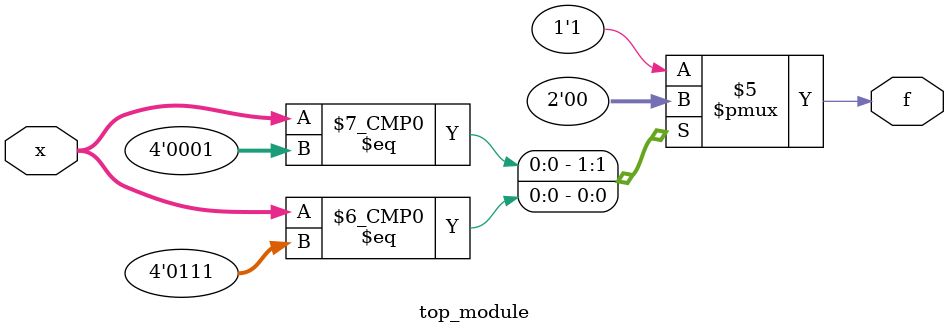
<source format=sv>
module top_module (
    input [4:1] x,
    output logic f
);

always_comb begin
    case ({x[4], x[3], x[2], x[1]})
        4'b0001: f = 0;
        4'b0011: f = 1;
        4'b0101: f = 1;
        4'b0111: f = 0;
        4'b1001: f = 1;
        4'b1011: f = 1;
        default: f = 1; // Don't care
    endcase
end

endmodule

</source>
